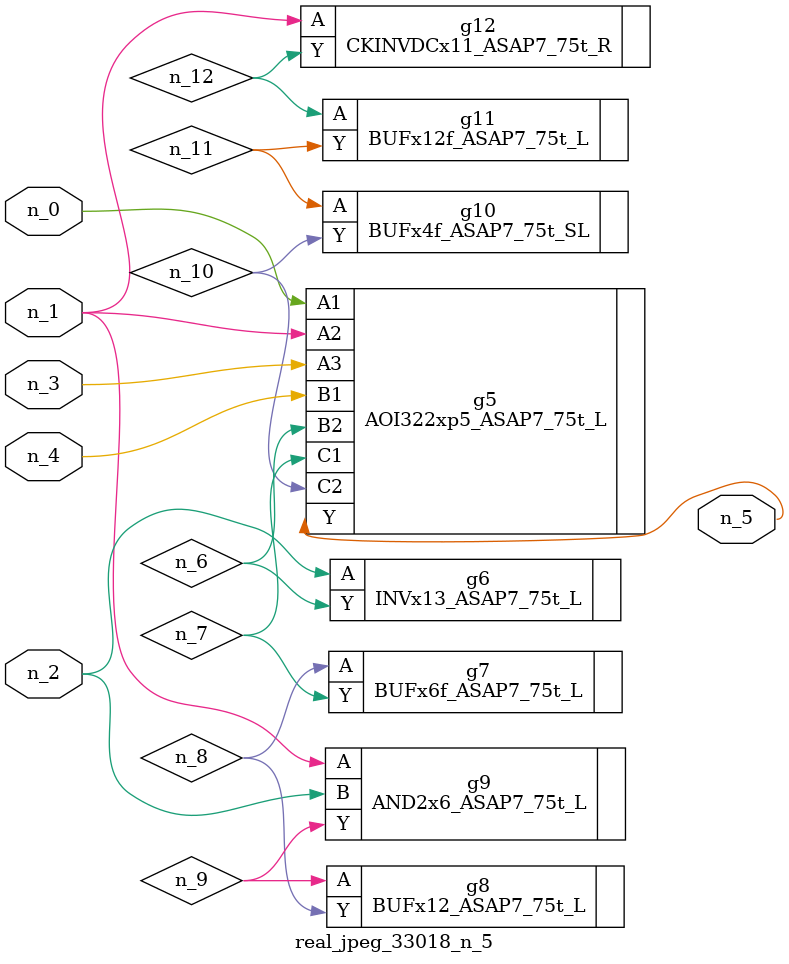
<source format=v>
module real_jpeg_33018_n_5 (n_4, n_0, n_1, n_2, n_3, n_5);

input n_4;
input n_0;
input n_1;
input n_2;
input n_3;

output n_5;

wire n_12;
wire n_8;
wire n_11;
wire n_6;
wire n_7;
wire n_10;
wire n_9;

AOI322xp5_ASAP7_75t_L g5 ( 
.A1(n_0),
.A2(n_1),
.A3(n_3),
.B1(n_4),
.B2(n_6),
.C1(n_7),
.C2(n_10),
.Y(n_5)
);

AND2x6_ASAP7_75t_L g9 ( 
.A(n_1),
.B(n_2),
.Y(n_9)
);

CKINVDCx11_ASAP7_75t_R g12 ( 
.A(n_1),
.Y(n_12)
);

INVx13_ASAP7_75t_L g6 ( 
.A(n_2),
.Y(n_6)
);

BUFx6f_ASAP7_75t_L g7 ( 
.A(n_8),
.Y(n_7)
);

BUFx12_ASAP7_75t_L g8 ( 
.A(n_9),
.Y(n_8)
);

BUFx4f_ASAP7_75t_SL g10 ( 
.A(n_11),
.Y(n_10)
);

BUFx12f_ASAP7_75t_L g11 ( 
.A(n_12),
.Y(n_11)
);


endmodule
</source>
